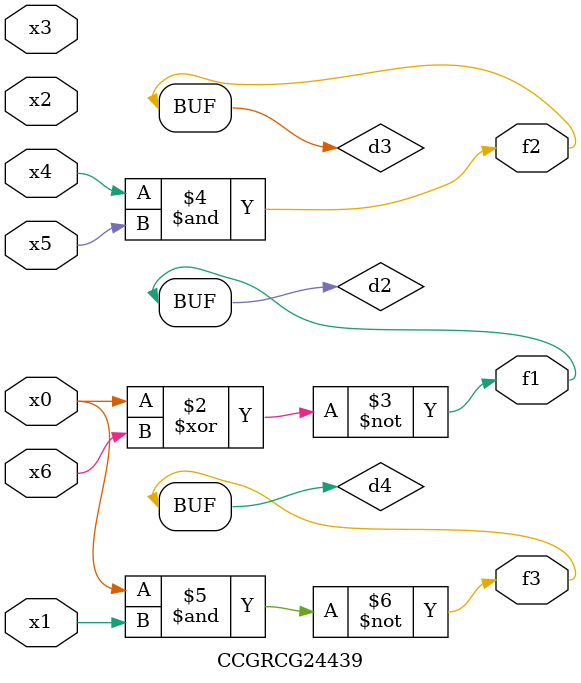
<source format=v>
module CCGRCG24439(
	input x0, x1, x2, x3, x4, x5, x6,
	output f1, f2, f3
);

	wire d1, d2, d3, d4;

	nor (d1, x0);
	xnor (d2, x0, x6);
	and (d3, x4, x5);
	nand (d4, x0, x1);
	assign f1 = d2;
	assign f2 = d3;
	assign f3 = d4;
endmodule

</source>
